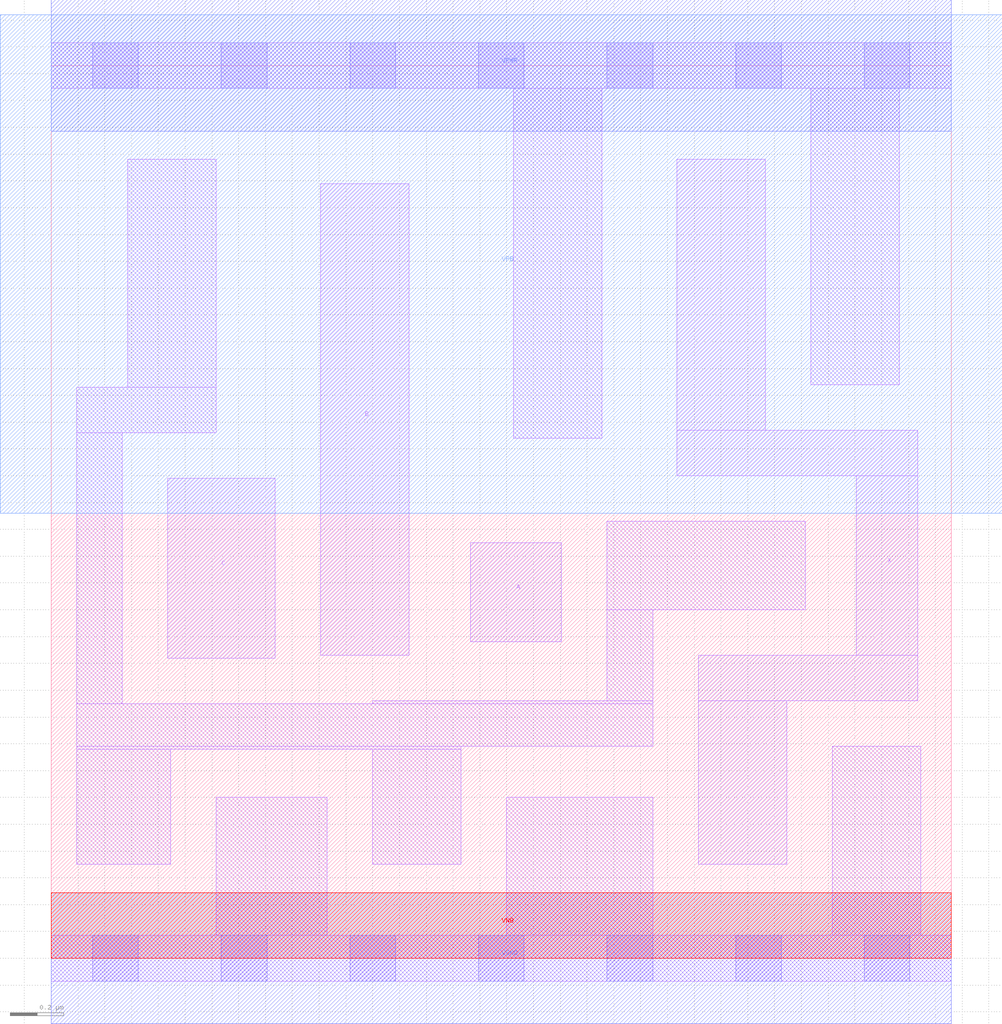
<source format=lef>
# Copyright 2020 The SkyWater PDK Authors
#
# Licensed under the Apache License, Version 2.0 (the "License");
# you may not use this file except in compliance with the License.
# You may obtain a copy of the License at
#
#     https://www.apache.org/licenses/LICENSE-2.0
#
# Unless required by applicable law or agreed to in writing, software
# distributed under the License is distributed on an "AS IS" BASIS,
# WITHOUT WARRANTIES OR CONDITIONS OF ANY KIND, either express or implied.
# See the License for the specific language governing permissions and
# limitations under the License.
#
# SPDX-License-Identifier: Apache-2.0

VERSION 5.7 ;
  NOWIREEXTENSIONATPIN ON ;
  DIVIDERCHAR "/" ;
  BUSBITCHARS "[]" ;
MACRO sky130_fd_sc_ms__or3_2
  CLASS CORE ;
  FOREIGN sky130_fd_sc_ms__or3_2 ;
  ORIGIN  0.000000  0.000000 ;
  SIZE  3.360000 BY  3.330000 ;
  SYMMETRY X Y ;
  SITE unit ;
  PIN A
    ANTENNAGATEAREA  0.276000 ;
    DIRECTION INPUT ;
    USE SIGNAL ;
    PORT
      LAYER li1 ;
        RECT 1.565000 1.180000 1.905000 1.550000 ;
    END
  END A
  PIN B
    ANTENNAGATEAREA  0.276000 ;
    DIRECTION INPUT ;
    USE SIGNAL ;
    PORT
      LAYER li1 ;
        RECT 1.005000 1.130000 1.335000 2.890000 ;
    END
  END B
  PIN C
    ANTENNAGATEAREA  0.276000 ;
    DIRECTION INPUT ;
    USE SIGNAL ;
    PORT
      LAYER li1 ;
        RECT 0.435000 1.120000 0.835000 1.790000 ;
    END
  END C
  PIN X
    ANTENNADIFFAREA  0.509600 ;
    DIRECTION OUTPUT ;
    USE SIGNAL ;
    PORT
      LAYER li1 ;
        RECT 2.335000 1.800000 3.235000 1.970000 ;
        RECT 2.335000 1.970000 2.665000 2.980000 ;
        RECT 2.415000 0.350000 2.745000 0.960000 ;
        RECT 2.415000 0.960000 3.235000 1.130000 ;
        RECT 3.005000 1.130000 3.235000 1.800000 ;
    END
  END X
  PIN VGND
    DIRECTION INOUT ;
    USE GROUND ;
    PORT
      LAYER met1 ;
        RECT 0.000000 -0.245000 3.360000 0.245000 ;
    END
  END VGND
  PIN VNB
    DIRECTION INOUT ;
    USE GROUND ;
    PORT
      LAYER pwell ;
        RECT 0.000000 0.000000 3.360000 0.245000 ;
    END
  END VNB
  PIN VPB
    DIRECTION INOUT ;
    USE POWER ;
    PORT
      LAYER nwell ;
        RECT -0.190000 1.660000 3.550000 3.520000 ;
    END
  END VPB
  PIN VPWR
    DIRECTION INOUT ;
    USE POWER ;
    PORT
      LAYER met1 ;
        RECT 0.000000 3.085000 3.360000 3.575000 ;
    END
  END VPWR
  OBS
    LAYER li1 ;
      RECT 0.000000 -0.085000 3.360000 0.085000 ;
      RECT 0.000000  3.245000 3.360000 3.415000 ;
      RECT 0.095000  0.350000 0.445000 0.780000 ;
      RECT 0.095000  0.780000 1.530000 0.790000 ;
      RECT 0.095000  0.790000 2.245000 0.950000 ;
      RECT 0.095000  0.950000 0.265000 1.960000 ;
      RECT 0.095000  1.960000 0.615000 2.130000 ;
      RECT 0.285000  2.130000 0.615000 2.980000 ;
      RECT 0.615000  0.085000 1.030000 0.600000 ;
      RECT 1.200000  0.350000 1.530000 0.780000 ;
      RECT 1.200000  0.950000 2.245000 0.960000 ;
      RECT 1.700000  0.085000 2.245000 0.600000 ;
      RECT 1.725000  1.940000 2.055000 3.245000 ;
      RECT 2.075000  0.960000 2.245000 1.300000 ;
      RECT 2.075000  1.300000 2.815000 1.630000 ;
      RECT 2.835000  2.140000 3.165000 3.245000 ;
      RECT 2.915000  0.085000 3.245000 0.790000 ;
    LAYER mcon ;
      RECT 0.155000 -0.085000 0.325000 0.085000 ;
      RECT 0.155000  3.245000 0.325000 3.415000 ;
      RECT 0.635000 -0.085000 0.805000 0.085000 ;
      RECT 0.635000  3.245000 0.805000 3.415000 ;
      RECT 1.115000 -0.085000 1.285000 0.085000 ;
      RECT 1.115000  3.245000 1.285000 3.415000 ;
      RECT 1.595000 -0.085000 1.765000 0.085000 ;
      RECT 1.595000  3.245000 1.765000 3.415000 ;
      RECT 2.075000 -0.085000 2.245000 0.085000 ;
      RECT 2.075000  3.245000 2.245000 3.415000 ;
      RECT 2.555000 -0.085000 2.725000 0.085000 ;
      RECT 2.555000  3.245000 2.725000 3.415000 ;
      RECT 3.035000 -0.085000 3.205000 0.085000 ;
      RECT 3.035000  3.245000 3.205000 3.415000 ;
  END
END sky130_fd_sc_ms__or3_2
END LIBRARY

</source>
